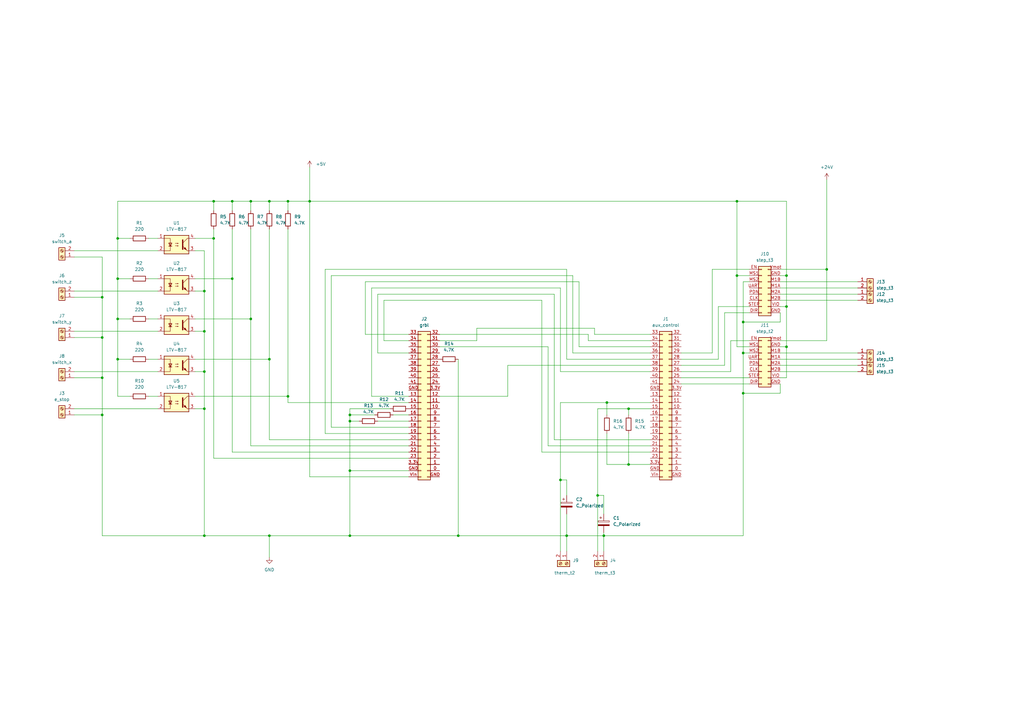
<source format=kicad_sch>
(kicad_sch (version 20230121) (generator eeschema)
  (paper "A3")
  (lib_symbols
    (symbol "Connector:Screw_Terminal_01x02" (pin_names (offset 1.016) hide)
      (property "Reference" "J" (at 0 2.54 0))
      (property "Value" "Screw_Terminal_01x02" (at 0 -5.08 0))
      (symbol "Screw_Terminal_01x02_1_1"
        (rectangle (start -1.27 1.27) (end 1.27 -3.81) (stroke (width 0.254)) (fill (type background)))
        (circle (center 0 -2.54) (radius 0.635) (stroke (width 0.1524)))
        (polyline (pts (xy -0.5334 -2.2098) (xy 0.3302 -3.048)) (stroke (width 0.1524)))
        (polyline (pts (xy -0.5334 0.3302) (xy 0.3302 -0.508)) (stroke (width 0.1524)))
        (polyline (pts (xy -0.3556 -2.032) (xy 0.508 -2.8702)) (stroke (width 0.1524)))
        (polyline (pts (xy -0.3556 0.508) (xy 0.508 -0.3302)) (stroke (width 0.1524)))
        (circle (center 0 0) (radius 0.635) (stroke (width 0.1524)))
        (pin passive line (at -5.08 0 0) (length 3.81) (name "Pin_1") (number "1"))
        (pin passive line (at -5.08 -2.54 0) (length 3.81) (name "Pin_2") (number "2"))
      )
    )
    (symbol "Device:C_Polarized" (pin_numbers hide) (pin_names (offset 0.254))
      (property "Reference" "C" (at 0.635 2.54 0))
      (property "Value" "C_Polarized" (at 0.635 -2.54 0))
      (symbol "C_Polarized_0_1"
        (rectangle (start -2.286 0.508) (end 2.286 1.016))
        (polyline (pts (xy -1.778 2.286) (xy -0.762 2.286)))
        (polyline (pts (xy -1.27 2.794) (xy -1.27 1.778)))
        (rectangle (start 2.286 -0.508) (end -2.286 -1.016) (fill (type outline)))
      )
      (symbol "C_Polarized_1_1"
        (pin passive line (at 0 3.81 270) (length 2.794) (name "~") (number "1"))
        (pin passive line (at 0 -3.81 90) (length 2.794) (name "~") (number "2"))
      )
    )
    (symbol "Device:R" (pin_numbers hide) (pin_names (offset 0))
      (property "Reference" "R" (at 2.032 0 90))
      (property "Value" "R" (at 0 0 90))
      (symbol "R_0_1"
        (rectangle (start -1.016 -2.54) (end 1.016 2.54) (stroke (width 0.254)))
      )
      (symbol "R_1_1"
        (pin passive line (at 0 3.81 270) (length 1.27) (name "~") (number "1"))
        (pin passive line (at 0 -3.81 90) (length 1.27) (name "~") (number "2"))
      )
    )
    (symbol "Isolator:LTV-817" (pin_names (offset 1.016))
      (property "Reference" "U" (at -5.08 5.08 0))
      (property "Value" "LTV-817" (at 0 5.08 0))
      (symbol "LTV-817_0_1"
        (rectangle (start -5.08 3.81) (end 5.08 -3.81) (stroke (width 0.254)) (fill (type background)))
        (polyline (pts (xy -3.175 -0.635) (xy -1.905 -0.635)) (stroke (width 0.254)))
        (polyline (pts (xy 2.54 0.635) (xy 4.445 2.54)))
        (polyline (pts (xy 4.445 -2.54) (xy 2.54 -0.635)) (fill (type outline)))
        (polyline (pts (xy 4.445 -2.54) (xy 5.08 -2.54)))
        (polyline (pts (xy 4.445 2.54) (xy 5.08 2.54)))
        (polyline (pts (xy -5.08 2.54) (xy -2.54 2.54) (xy -2.54 -0.762)))
        (polyline (pts (xy -2.54 -0.635) (xy -2.54 -2.54) (xy -5.08 -2.54)))
        (polyline (pts (xy 2.54 1.905) (xy 2.54 -1.905) (xy 2.54 -1.905)) (stroke (width 0.508)))
        (polyline (pts (xy -2.54 -0.635) (xy -3.175 0.635) (xy -1.905 0.635) (xy -2.54 -0.635)) (stroke (width 0.254)))
        (polyline (pts (xy -0.508 -0.508) (xy 0.762 -0.508) (xy 0.381 -0.635) (xy 0.381 -0.381) (xy 0.762 -0.508)))
        (polyline (pts (xy -0.508 0.508) (xy 0.762 0.508) (xy 0.381 0.381) (xy 0.381 0.635) (xy 0.762 0.508)))
        (polyline (pts (xy 3.048 -1.651) (xy 3.556 -1.143) (xy 4.064 -2.159) (xy 3.048 -1.651) (xy 3.048 -1.651)) (fill (type outline)))
      )
      (symbol "LTV-817_1_1"
        (pin passive line (at -7.62 2.54 0) (length 2.54) (name "~") (number "1"))
        (pin passive line (at -7.62 -2.54 0) (length 2.54) (name "~") (number "2"))
        (pin passive line (at 7.62 -2.54 180) (length 2.54) (name "~") (number "3"))
        (pin passive line (at 7.62 2.54 180) (length 2.54) (name "~") (number "4"))
      )
    )
    (symbol "delimit:stepper_driver_conn_02x08" (pin_names (offset 1.016) hide)
      (property "Reference" "J10" (at 1.27 13.97 0))
      (property "Value" "stepper_driver_conn_02x08" (at 1.27 11.43 0))
      (symbol "stepper_driver_conn_02x08_1_1"
        (rectangle (start -1.27 -10.033) (end 0 -10.287) (stroke (width 0.1524)))
        (rectangle (start -1.27 -7.493) (end 0 -7.747) (stroke (width 0.1524)))
        (rectangle (start -1.27 -4.953) (end 0 -5.207) (stroke (width 0.1524)))
        (rectangle (start -1.27 -2.413) (end 0 -2.667) (stroke (width 0.1524)))
        (rectangle (start -1.27 0.127) (end 0 -0.127) (stroke (width 0.1524)))
        (rectangle (start -1.27 2.667) (end 0 2.413) (stroke (width 0.1524)))
        (rectangle (start -1.27 5.207) (end 0 4.953) (stroke (width 0.1524)))
        (rectangle (start -1.27 7.747) (end 0 7.493) (stroke (width 0.1524)))
        (rectangle (start -1.27 8.89) (end 3.81 -11.43) (stroke (width 0.254)) (fill (type background)))
        (rectangle (start 3.81 -10.033) (end 2.54 -10.287) (stroke (width 0.1524)))
        (rectangle (start 3.81 -7.493) (end 2.54 -7.747) (stroke (width 0.1524)))
        (rectangle (start 3.81 -4.953) (end 2.54 -5.207) (stroke (width 0.1524)))
        (rectangle (start 3.81 -2.413) (end 2.54 -2.667) (stroke (width 0.1524)))
        (rectangle (start 3.81 0.127) (end 2.54 -0.127) (stroke (width 0.1524)))
        (rectangle (start 3.81 2.667) (end 2.54 2.413) (stroke (width 0.1524)))
        (rectangle (start 3.81 5.207) (end 2.54 4.953) (stroke (width 0.1524)))
        (rectangle (start 3.81 7.747) (end 2.54 7.493) (stroke (width 0.1524)))
        (pin passive line (at 7.62 2.54 180) (length 3.81) (name "Pin_CLK") (number "CLK"))
        (pin passive line (at 7.62 7.62 180) (length 3.81) (name "Pin_DIR") (number "DIR"))
        (pin passive line (at 7.62 -10.16 180) (length 3.81) (name "Pin_EN") (number "EN"))
        (pin passive line (at -5.08 -7.62 0) (length 3.81) (name "Pin_GND") (number "GND"))
        (pin passive line (at -5.08 7.62 0) (length 3.81) (name "Pin_GND") (number "GND"))
        (pin passive line (at -5.08 -2.54 0) (length 3.81) (name "Pin_M1A") (number "M1A"))
        (pin passive line (at -5.08 -5.08 0) (length 3.81) (name "Pin_M1B") (number "M1B"))
        (pin passive line (at -5.08 0 0) (length 3.81) (name "Pin_M2A") (number "M2A"))
        (pin passive line (at -5.08 2.54 0) (length 3.81) (name "Pin_M2B") (number "M2B"))
        (pin passive line (at 7.62 -7.62 180) (length 3.81) (name "Pin_MS1") (number "MS1"))
        (pin passive line (at 7.62 -5.08 180) (length 3.81) (name "Pin_MS2") (number "MS2"))
        (pin passive line (at 7.62 0 180) (length 3.81) (name "Pin_PDN") (number "PDN"))
        (pin passive line (at 7.62 5.08 180) (length 3.81) (name "Pin_STEP") (number "STEP"))
        (pin passive line (at 7.62 -2.54 180) (length 3.81) (name "Pin_UART") (number "UART"))
        (pin passive line (at -5.08 5.08 0) (length 3.81) (name "Pin_VIO") (number "VIO"))
        (pin passive line (at -5.08 -10.16 0) (length 3.81) (name "Pin_Vmot") (number "Vmot"))
      )
    )
    (symbol "delimit:teensy_4_1_conn_02x24" (pin_names (offset 1.016) hide)
      (property "Reference" "J2" (at 1.27 34.29 0))
      (property "Value" "teensy_4_1_conn_02x24" (at 1.27 31.75 0))
      (symbol "teensy_4_1_conn_02x24_1_1"
        (rectangle (start -1.27 -30.353) (end 0 -30.607) (stroke (width 0.1524)))
        (rectangle (start -1.27 -27.813) (end 0 -28.067) (stroke (width 0.1524)))
        (rectangle (start -1.27 -25.273) (end 0 -25.527) (stroke (width 0.1524)))
        (rectangle (start -1.27 -22.733) (end 0 -22.987) (stroke (width 0.1524)))
        (rectangle (start -1.27 -20.193) (end 0 -20.447) (stroke (width 0.1524)))
        (rectangle (start -1.27 -17.653) (end 0 -17.907) (stroke (width 0.1524)))
        (rectangle (start -1.27 -15.113) (end 0 -15.367) (stroke (width 0.1524)))
        (rectangle (start -1.27 -12.573) (end 0 -12.827) (stroke (width 0.1524)))
        (rectangle (start -1.27 -10.033) (end 0 -10.287) (stroke (width 0.1524)))
        (rectangle (start -1.27 -7.493) (end 0 -7.747) (stroke (width 0.1524)))
        (rectangle (start -1.27 -4.953) (end 0 -5.207) (stroke (width 0.1524)))
        (rectangle (start -1.27 -2.413) (end 0 -2.667) (stroke (width 0.1524)))
        (rectangle (start -1.27 0.127) (end 0 -0.127) (stroke (width 0.1524)))
        (rectangle (start -1.27 2.667) (end 0 2.413) (stroke (width 0.1524)))
        (rectangle (start -1.27 5.207) (end 0 4.953) (stroke (width 0.1524)))
        (rectangle (start -1.27 7.747) (end 0 7.493) (stroke (width 0.1524)))
        (rectangle (start -1.27 10.287) (end 0 10.033) (stroke (width 0.1524)))
        (rectangle (start -1.27 12.827) (end 0 12.573) (stroke (width 0.1524)))
        (rectangle (start -1.27 15.367) (end 0 15.113) (stroke (width 0.1524)))
        (rectangle (start -1.27 17.907) (end 0 17.653) (stroke (width 0.1524)))
        (rectangle (start -1.27 20.447) (end 0 20.193) (stroke (width 0.1524)))
        (rectangle (start -1.27 22.987) (end 0 22.733) (stroke (width 0.1524)))
        (rectangle (start -1.27 25.527) (end 0 25.273) (stroke (width 0.1524)))
        (rectangle (start -1.27 28.067) (end 0 27.813) (stroke (width 0.1524)))
        (rectangle (start -1.27 29.21) (end 3.81 -31.75) (stroke (width 0.254)) (fill (type background)))
        (rectangle (start 3.81 -30.353) (end 2.54 -30.607) (stroke (width 0.1524)))
        (rectangle (start 3.81 -27.813) (end 2.54 -28.067) (stroke (width 0.1524)))
        (rectangle (start 3.81 -25.273) (end 2.54 -25.527) (stroke (width 0.1524)))
        (rectangle (start 3.81 -22.733) (end 2.54 -22.987) (stroke (width 0.1524)))
        (rectangle (start 3.81 -20.193) (end 2.54 -20.447) (stroke (width 0.1524)))
        (rectangle (start 3.81 -17.653) (end 2.54 -17.907) (stroke (width 0.1524)))
        (rectangle (start 3.81 -15.113) (end 2.54 -15.367) (stroke (width 0.1524)))
        (rectangle (start 3.81 -12.573) (end 2.54 -12.827) (stroke (width 0.1524)))
        (rectangle (start 3.81 -10.033) (end 2.54 -10.287) (stroke (width 0.1524)))
        (rectangle (start 3.81 -7.493) (end 2.54 -7.747) (stroke (width 0.1524)))
        (rectangle (start 3.81 -4.953) (end 2.54 -5.207) (stroke (width 0.1524)))
        (rectangle (start 3.81 -2.413) (end 2.54 -2.667) (stroke (width 0.1524)))
        (rectangle (start 3.81 0.127) (end 2.54 -0.127) (stroke (width 0.1524)))
        (rectangle (start 3.81 2.667) (end 2.54 2.413) (stroke (width 0.1524)))
        (rectangle (start 3.81 5.207) (end 2.54 4.953) (stroke (width 0.1524)))
        (rectangle (start 3.81 7.747) (end 2.54 7.493) (stroke (width 0.1524)))
        (rectangle (start 3.81 10.287) (end 2.54 10.033) (stroke (width 0.1524)))
        (rectangle (start 3.81 12.827) (end 2.54 12.573) (stroke (width 0.1524)))
        (rectangle (start 3.81 15.367) (end 2.54 15.113) (stroke (width 0.1524)))
        (rectangle (start 3.81 17.907) (end 2.54 17.653) (stroke (width 0.1524)))
        (rectangle (start 3.81 20.447) (end 2.54 20.193) (stroke (width 0.1524)))
        (rectangle (start 3.81 22.987) (end 2.54 22.733) (stroke (width 0.1524)))
        (rectangle (start 3.81 25.527) (end 2.54 25.273) (stroke (width 0.1524)))
        (rectangle (start 3.81 28.067) (end 2.54 27.813) (stroke (width 0.1524)))
        (pin passive line (at 7.62 -27.94 180) (length 3.81) (name "Pin_0") (number "0"))
        (pin passive line (at 7.62 -25.4 180) (length 3.81) (name "Pin_1") (number "1"))
        (pin passive line (at 7.62 -2.54 180) (length 3.81) (name "Pin_10") (number "10"))
        (pin passive line (at 7.62 0 180) (length 3.81) (name "Pin_11") (number "11"))
        (pin passive line (at 7.62 2.54 180) (length 3.81) (name "Pin_12") (number "12"))
        (pin passive line (at -5.08 2.54 0) (length 3.81) (name "Pin_13") (number "13"))
        (pin passive line (at -5.08 0 0) (length 3.81) (name "Pin_14") (number "14"))
        (pin passive line (at -5.08 -2.54 0) (length 3.81) (name "Pin_15") (number "15"))
        (pin passive line (at -5.08 -5.08 0) (length 3.81) (name "Pin_16") (number "16"))
        (pin passive line (at -5.08 -7.62 0) (length 3.81) (name "Pin_17") (number "17"))
        (pin passive line (at -5.08 -10.16 0) (length 3.81) (name "Pin_18") (number "18"))
        (pin passive line (at -5.08 -12.7 0) (length 3.81) (name "Pin_19") (number "19"))
        (pin passive line (at 7.62 -22.86 180) (length 3.81) (name "Pin_2") (number "2"))
        (pin passive line (at -5.08 -15.24 0) (length 3.81) (name "Pin_20") (number "20"))
        (pin passive line (at -5.08 -17.78 0) (length 3.81) (name "Pin_21") (number "21"))
        (pin passive line (at -5.08 -20.32 0) (length 3.81) (name "Pin_22") (number "22"))
        (pin passive line (at -5.08 -22.86 0) (length 3.81) (name "Pin_23") (number "23"))
        (pin passive line (at 7.62 7.62 180) (length 3.81) (name "Pin_24") (number "24"))
        (pin passive line (at 7.62 10.16 180) (length 3.81) (name "Pin_25") (number "25"))
        (pin passive line (at 7.62 12.7 180) (length 3.81) (name "Pin_26") (number "26"))
        (pin passive line (at 7.62 15.24 180) (length 3.81) (name "Pin_27") (number "27"))
        (pin passive line (at 7.62 17.78 180) (length 3.81) (name "Pin_28") (number "28"))
        (pin passive line (at 7.62 20.32 180) (length 3.81) (name "Pin_29") (number "29"))
        (pin passive line (at 7.62 -20.32 180) (length 3.81) (name "Pin_3") (number "3"))
        (pin passive line (at -5.08 -25.4 0) (length 3.81) (name "Pin_3.3V") (number "3.3V"))
        (pin passive line (at 7.62 5.08 180) (length 3.81) (name "Pin_3.3V") (number "3.3V"))
        (pin passive line (at 7.62 22.86 180) (length 3.81) (name "Pin_30") (number "30"))
        (pin passive line (at 7.62 25.4 180) (length 3.81) (name "Pin_31") (number "31"))
        (pin passive line (at 7.62 27.94 180) (length 3.81) (name "Pin_32") (number "32"))
        (pin passive line (at -5.08 27.94 0) (length 3.81) (name "Pin_33") (number "33"))
        (pin passive line (at -5.08 25.4 0) (length 3.81) (name "Pin_34") (number "34"))
        (pin passive line (at -5.08 22.86 0) (length 3.81) (name "Pin_35") (number "35"))
        (pin passive line (at -5.08 20.32 0) (length 3.81) (name "Pin_36") (number "36"))
        (pin passive line (at -5.08 17.78 0) (length 3.81) (name "Pin_37") (number "37"))
        (pin passive line (at -5.08 15.24 0) (length 3.81) (name "Pin_38") (number "38"))
        (pin passive line (at -5.08 12.7 0) (length 3.81) (name "Pin_39") (number "39"))
        (pin passive line (at 7.62 -17.78 180) (length 3.81) (name "Pin_4") (number "4"))
        (pin passive line (at -5.08 10.16 0) (length 3.81) (name "Pin_40") (number "40"))
        (pin passive line (at -5.08 7.62 0) (length 3.81) (name "Pin_41") (number "41"))
        (pin passive line (at 7.62 -15.24 180) (length 3.81) (name "Pin_5") (number "5"))
        (pin passive line (at 7.62 -12.7 180) (length 3.81) (name "Pin_6") (number "6"))
        (pin passive line (at 7.62 -10.16 180) (length 3.81) (name "Pin_7") (number "7"))
        (pin passive line (at 7.62 -7.62 180) (length 3.81) (name "Pin_8") (number "8"))
        (pin passive line (at 7.62 -5.08 180) (length 3.81) (name "Pin_9") (number "9"))
        (pin passive line (at -5.08 -27.94 0) (length 3.81) (name "Pin_GND") (number "GND"))
        (pin passive line (at -5.08 5.08 0) (length 3.81) (name "Pin_GND") (number "GND"))
        (pin passive line (at 7.62 -30.48 180) (length 3.81) (name "Pin_GND") (number "GND"))
        (pin passive line (at -5.08 -30.48 0) (length 3.81) (name "Pin_Vin") (number "Vin"))
      )
    )
    (symbol "power:+24V" (power) (pin_names (offset 0))
      (property "Value" "+24V" (at 0 3.556 0))
      (symbol "+24V_0_1"
        (polyline (pts (xy -0.762 1.27) (xy 0 2.54)))
        (polyline (pts (xy 0 0) (xy 0 2.54)))
        (polyline (pts (xy 0 2.54) (xy 0.762 1.27)))
      )
      (symbol "+24V_1_1"
        (pin power_in line (at 0 0 90) (length 0) hide (name "+24V") (number "1"))
      )
    )
    (symbol "power:+5V" (power) (pin_names (offset 0))
      (property "Value" "+5V" (at 0 3.556 0))
      (symbol "+5V_0_1"
        (polyline (pts (xy -0.762 1.27) (xy 0 2.54)))
        (polyline (pts (xy 0 0) (xy 0 2.54)))
        (polyline (pts (xy 0 2.54) (xy 0.762 1.27)))
      )
      (symbol "+5V_1_1"
        (pin power_in line (at 0 0 90) (length 0) hide (name "+5V") (number "1"))
      )
    )
    (symbol "power:GND" (power) (pin_names (offset 0))
      (property "Value" "GND" (at 0 -3.81 0))
      (symbol "GND_0_1"
        (polyline (pts (xy 0 0) (xy 0 -1.27) (xy 1.27 -1.27) (xy 0 -2.54) (xy -1.27 -1.27) (xy 0 -1.27)))
      )
      (symbol "GND_1_1"
        (pin power_in line (at 0 0 270) (length 0) hide (name "GND") (number "1"))
      )
    )
    (symbol "stepper_driver_conn_02x08_1" (pin_names (offset 1.016) hide)
      (property "Reference" "J10" (at 1.27 13.97 0))
      (property "Value" "stepper_driver_conn_02x08" (at 1.27 11.43 0))
      (symbol "stepper_driver_conn_02x08_1_1_1"
        (rectangle (start -1.27 -10.033) (end 0 -10.287) (stroke (width 0.1524)))
        (rectangle (start -1.27 -7.493) (end 0 -7.747) (stroke (width 0.1524)))
        (rectangle (start -1.27 -4.953) (end 0 -5.207) (stroke (width 0.1524)))
        (rectangle (start -1.27 -2.413) (end 0 -2.667) (stroke (width 0.1524)))
        (rectangle (start -1.27 0.127) (end 0 -0.127) (stroke (width 0.1524)))
        (rectangle (start -1.27 2.667) (end 0 2.413) (stroke (width 0.1524)))
        (rectangle (start -1.27 5.207) (end 0 4.953) (stroke (width 0.1524)))
        (rectangle (start -1.27 7.747) (end 0 7.493) (stroke (width 0.1524)))
        (rectangle (start -1.27 8.89) (end 3.81 -11.43) (stroke (width 0.254)) (fill (type background)))
        (rectangle (start 3.81 -10.033) (end 2.54 -10.287) (stroke (width 0.1524)))
        (rectangle (start 3.81 -7.493) (end 2.54 -7.747) (stroke (width 0.1524)))
        (rectangle (start 3.81 -4.953) (end 2.54 -5.207) (stroke (width 0.1524)))
        (rectangle (start 3.81 -2.413) (end 2.54 -2.667) (stroke (width 0.1524)))
        (rectangle (start 3.81 0.127) (end 2.54 -0.127) (stroke (width 0.1524)))
        (rectangle (start 3.81 2.667) (end 2.54 2.413) (stroke (width 0.1524)))
        (rectangle (start 3.81 5.207) (end 2.54 4.953) (stroke (width 0.1524)))
        (rectangle (start 3.81 7.747) (end 2.54 7.493) (stroke (width 0.1524)))
        (pin passive line (at 7.62 2.54 180) (length 3.81) (name "Pin_CLK") (number "CLK"))
        (pin passive line (at 7.62 7.62 180) (length 3.81) (name "Pin_DIR") (number "DIR"))
        (pin passive line (at 7.62 -10.16 180) (length 3.81) (name "Pin_EN") (number "EN"))
        (pin passive line (at -5.08 -7.62 0) (length 3.81) (name "Pin_GND") (number "GND"))
        (pin passive line (at -5.08 7.62 0) (length 3.81) (name "Pin_GND") (number "GND"))
        (pin passive line (at -5.08 -2.54 0) (length 3.81) (name "Pin_M1A") (number "M1A"))
        (pin passive line (at -5.08 -5.08 0) (length 3.81) (name "Pin_M1B") (number "M1B"))
        (pin passive line (at -5.08 0 0) (length 3.81) (name "Pin_M2A") (number "M2A"))
        (pin passive line (at -5.08 2.54 0) (length 3.81) (name "Pin_M2B") (number "M2B"))
        (pin passive line (at 7.62 -7.62 180) (length 3.81) (name "Pin_MS1") (number "MS1"))
        (pin passive line (at 7.62 -5.08 180) (length 3.81) (name "Pin_MS2") (number "MS2"))
        (pin passive line (at 7.62 0 180) (length 3.81) (name "Pin_PDN") (number "PDN"))
        (pin passive line (at 7.62 5.08 180) (length 3.81) (name "Pin_STEP") (number "STEP"))
        (pin passive line (at 7.62 -2.54 180) (length 3.81) (name "Pin_UART") (number "UART"))
        (pin passive line (at -5.08 5.08 0) (length 3.81) (name "Pin_VIO") (number "VIO"))
        (pin passive line (at -5.08 -10.16 0) (length 3.81) (name "Pin_Vmot") (number "Vmot"))
      )
    )
  )
  (junction (at 87.63 82.55))
  (junction (at 87.63 97.79))
  (junction (at 322.58 142.24))
  (junction (at 247.65 219.71))
  (junction (at 41.91 170.18))
  (junction (at 83.82 152.4))
  (junction (at 83.82 167.64))
  (junction (at 48.26 114.3))
  (junction (at 41.91 154.94))
  (junction (at 248.92 165.1))
  (junction (at 302.26 82.55))
  (junction (at 322.58 125.73))
  (junction (at 41.91 138.43))
  (junction (at 102.87 82.55))
  (junction (at 143.51 193.04))
  (junction (at 83.82 135.89))
  (junction (at 83.82 219.71))
  (junction (at 110.49 219.71))
  (junction (at 302.26 113.03))
  (junction (at 110.49 147.32))
  (junction (at 304.8 132.08))
  (junction (at 187.96 219.71))
  (junction (at 339.09 110.49))
  (junction (at 143.51 219.71))
  (junction (at 127 82.55))
  (junction (at 322.58 113.03))
  (junction (at 83.82 119.38))
  (junction (at 95.25 82.55))
  (junction (at 143.51 172.72))
  (junction (at 304.8 161.29))
  (junction (at 257.81 167.64))
  (junction (at 41.91 121.92))
  (junction (at 48.26 130.81))
  (junction (at 118.11 82.55))
  (junction (at 257.81 190.5))
  (junction (at 48.26 97.79))
  (junction (at 245.11 203.2))
  (junction (at 229.87 196.85))
  (junction (at 304.8 144.78))
  (junction (at 95.25 114.3))
  (junction (at 102.87 130.81))
  (junction (at 143.51 170.18))
  (junction (at 232.41 219.71))
  (junction (at 110.49 82.55))
  (junction (at 118.11 162.56))
  (junction (at 48.26 147.32))
  (wire (pts (xy 266.7 180.34) (xy 227.33 180.34)))
  (wire (pts (xy 299.72 152.4) (xy 299.72 139.7)))
  (wire (pts (xy 152.4 118.11) (xy 229.87 118.11)))
  (wire (pts (xy 248.92 177.8) (xy 248.92 190.5)))
  (wire (pts (xy 143.51 193.04) (xy 143.51 219.71)))
  (wire (pts (xy 234.95 113.03) (xy 234.95 144.78)))
  (wire (pts (xy 320.04 157.48) (xy 320.04 161.29)))
  (wire (pts (xy 208.28 162.56) (xy 180.34 162.56)))
  (wire (pts (xy 243.84 134.62) (xy 243.84 137.16)))
  (wire (pts (xy 80.01 167.64) (xy 83.82 167.64)))
  (wire (pts (xy 320.04 132.08) (xy 304.8 132.08)))
  (wire (pts (xy 299.72 139.7) (xy 307.34 139.7)))
  (wire (pts (xy 297.18 128.27) (xy 307.34 128.27)))
  (wire (pts (xy 118.11 82.55) (xy 118.11 86.36)))
  (wire (pts (xy 322.58 113.03) (xy 322.58 82.55)))
  (wire (pts (xy 102.87 130.81) (xy 102.87 182.88)))
  (wire (pts (xy 320.04 142.24) (xy 322.58 142.24)))
  (wire (pts (xy 60.96 147.32) (xy 64.77 147.32)))
  (wire (pts (xy 294.64 147.32) (xy 294.64 125.73)))
  (wire (pts (xy 83.82 152.4) (xy 83.82 167.64)))
  (wire (pts (xy 48.26 114.3) (xy 53.34 114.3)))
  (wire (pts (xy 227.33 120.65) (xy 154.94 120.65)))
  (wire (pts (xy 279.4 144.78) (xy 292.1 144.78)))
  (wire (pts (xy 294.64 125.73) (xy 307.34 125.73)))
  (wire (pts (xy 167.64 137.16) (xy 149.86 137.16)))
  (wire (pts (xy 320.04 149.86) (xy 351.79 149.86)))
  (wire (pts (xy 60.96 97.79) (xy 64.77 97.79)))
  (wire (pts (xy 154.94 144.78) (xy 167.64 144.78)))
  (wire (pts (xy 83.82 219.71) (xy 110.49 219.71)))
  (wire (pts (xy 339.09 110.49) (xy 339.09 73.66)))
  (wire (pts (xy 41.91 105.41) (xy 41.91 121.92)))
  (wire (pts (xy 143.51 170.18) (xy 153.67 170.18)))
  (wire (pts (xy 322.58 154.94) (xy 322.58 142.24)))
  (wire (pts (xy 127 82.55) (xy 127 68.58)))
  (wire (pts (xy 41.91 138.43) (xy 41.91 154.94)))
  (wire (pts (xy 30.48 167.64) (xy 64.77 167.64)))
  (wire (pts (xy 110.49 82.55) (xy 118.11 82.55)))
  (wire (pts (xy 30.48 121.92) (xy 41.91 121.92)))
  (wire (pts (xy 320.04 154.94) (xy 322.58 154.94)))
  (wire (pts (xy 143.51 170.18) (xy 143.51 172.72)))
  (wire (pts (xy 320.04 152.4) (xy 351.79 152.4)))
  (wire (pts (xy 320.04 113.03) (xy 322.58 113.03)))
  (wire (pts (xy 149.86 115.57) (xy 237.49 115.57)))
  (wire (pts (xy 248.92 165.1) (xy 266.7 165.1)))
  (wire (pts (xy 30.48 135.89) (xy 64.77 135.89)))
  (wire (pts (xy 110.49 82.55) (xy 110.49 86.36)))
  (wire (pts (xy 229.87 196.85) (xy 229.87 226.06)))
  (wire (pts (xy 87.63 86.36) (xy 87.63 82.55)))
  (wire (pts (xy 41.91 219.71) (xy 83.82 219.71)))
  (wire (pts (xy 30.48 119.38) (xy 64.77 119.38)))
  (wire (pts (xy 232.41 210.82) (xy 232.41 219.71)))
  (wire (pts (xy 60.96 162.56) (xy 64.77 162.56)))
  (wire (pts (xy 279.4 147.32) (xy 294.64 147.32)))
  (wire (pts (xy 320.04 147.32) (xy 351.79 147.32)))
  (wire (pts (xy 247.65 219.71) (xy 232.41 219.71)))
  (wire (pts (xy 257.81 177.8) (xy 257.81 190.5)))
  (wire (pts (xy 152.4 162.56) (xy 152.4 118.11)))
  (wire (pts (xy 95.25 185.42) (xy 167.64 185.42)))
  (wire (pts (xy 118.11 162.56) (xy 118.11 93.98)))
  (wire (pts (xy 241.3 137.16) (xy 241.3 139.7)))
  (wire (pts (xy 87.63 187.96) (xy 167.64 187.96)))
  (wire (pts (xy 247.65 210.82) (xy 247.65 203.2)))
  (wire (pts (xy 161.29 170.18) (xy 167.64 170.18)))
  (wire (pts (xy 83.82 167.64) (xy 83.82 219.71)))
  (wire (pts (xy 304.8 144.78) (xy 307.34 144.78)))
  (wire (pts (xy 248.92 190.5) (xy 257.81 190.5)))
  (wire (pts (xy 279.4 149.86) (xy 297.18 149.86)))
  (wire (pts (xy 234.95 144.78) (xy 266.7 144.78)))
  (wire (pts (xy 48.26 147.32) (xy 48.26 130.81)))
  (wire (pts (xy 41.91 154.94) (xy 41.91 170.18)))
  (wire (pts (xy 143.51 172.72) (xy 143.51 193.04)))
  (wire (pts (xy 297.18 149.86) (xy 297.18 128.27)))
  (wire (pts (xy 167.64 165.1) (xy 118.11 165.1)))
  (wire (pts (xy 187.96 147.32) (xy 187.96 219.71)))
  (wire (pts (xy 80.01 130.81) (xy 102.87 130.81)))
  (wire (pts (xy 320.04 123.19) (xy 351.79 123.19)))
  (wire (pts (xy 30.48 138.43) (xy 41.91 138.43)))
  (wire (pts (xy 320.04 128.27) (xy 320.04 132.08)))
  (wire (pts (xy 232.41 219.71) (xy 187.96 219.71)))
  (wire (pts (xy 83.82 119.38) (xy 83.82 135.89)))
  (wire (pts (xy 143.51 172.72) (xy 147.32 172.72)))
  (wire (pts (xy 320.04 118.11) (xy 351.79 118.11)))
  (wire (pts (xy 87.63 82.55) (xy 95.25 82.55)))
  (wire (pts (xy 257.81 190.5) (xy 266.7 190.5)))
  (wire (pts (xy 302.26 113.03) (xy 302.26 82.55)))
  (wire (pts (xy 232.41 110.49) (xy 232.41 147.32)))
  (wire (pts (xy 307.34 113.03) (xy 302.26 113.03)))
  (wire (pts (xy 302.26 82.55) (xy 127 82.55)))
  (wire (pts (xy 80.01 119.38) (xy 83.82 119.38)))
  (wire (pts (xy 232.41 219.71) (xy 232.41 226.06)))
  (wire (pts (xy 167.64 162.56) (xy 152.4 162.56)))
  (wire (pts (xy 237.49 142.24) (xy 266.7 142.24)))
  (wire (pts (xy 80.01 135.89) (xy 83.82 135.89)))
  (wire (pts (xy 320.04 139.7) (xy 339.09 139.7)))
  (wire (pts (xy 222.25 123.19) (xy 157.48 123.19)))
  (wire (pts (xy 222.25 185.42) (xy 222.25 123.19)))
  (wire (pts (xy 143.51 167.64) (xy 143.51 170.18)))
  (wire (pts (xy 322.58 142.24) (xy 322.58 125.73)))
  (wire (pts (xy 95.25 82.55) (xy 95.25 86.36)))
  (wire (pts (xy 320.04 115.57) (xy 351.79 115.57)))
  (wire (pts (xy 237.49 115.57) (xy 237.49 142.24)))
  (wire (pts (xy 241.3 139.7) (xy 266.7 139.7)))
  (wire (pts (xy 48.26 130.81) (xy 48.26 114.3)))
  (wire (pts (xy 266.7 185.42) (xy 222.25 185.42)))
  (wire (pts (xy 102.87 93.98) (xy 102.87 130.81)))
  (wire (pts (xy 302.26 142.24) (xy 302.26 113.03)))
  (wire (pts (xy 180.34 139.7) (xy 195.58 139.7)))
  (wire (pts (xy 224.79 182.88) (xy 224.79 142.24)))
  (wire (pts (xy 195.58 134.62) (xy 243.84 134.62)))
  (wire (pts (xy 135.89 175.26) (xy 135.89 113.03)))
  (wire (pts (xy 232.41 147.32) (xy 266.7 147.32)))
  (wire (pts (xy 167.64 175.26) (xy 135.89 175.26)))
  (wire (pts (xy 167.64 177.8) (xy 133.35 177.8)))
  (wire (pts (xy 304.8 161.29) (xy 304.8 219.71)))
  (wire (pts (xy 149.86 137.16) (xy 149.86 115.57)))
  (wire (pts (xy 87.63 97.79) (xy 87.63 93.98)))
  (wire (pts (xy 135.89 113.03) (xy 234.95 113.03)))
  (wire (pts (xy 53.34 162.56) (xy 48.26 162.56)))
  (wire (pts (xy 95.25 114.3) (xy 95.25 185.42)))
  (wire (pts (xy 157.48 123.19) (xy 157.48 139.7)))
  (wire (pts (xy 227.33 180.34) (xy 227.33 120.65)))
  (wire (pts (xy 320.04 110.49) (xy 339.09 110.49)))
  (wire (pts (xy 48.26 114.3) (xy 48.26 97.79)))
  (wire (pts (xy 133.35 110.49) (xy 232.41 110.49)))
  (wire (pts (xy 60.96 130.81) (xy 64.77 130.81)))
  (wire (pts (xy 229.87 152.4) (xy 266.7 152.4)))
  (wire (pts (xy 110.49 93.98) (xy 110.49 147.32)))
  (wire (pts (xy 322.58 125.73) (xy 322.58 113.03)))
  (wire (pts (xy 245.11 167.64) (xy 257.81 167.64)))
  (wire (pts (xy 232.41 196.85) (xy 229.87 196.85)))
  (wire (pts (xy 243.84 137.16) (xy 266.7 137.16)))
  (wire (pts (xy 279.4 157.48) (xy 307.34 157.48)))
  (wire (pts (xy 30.48 170.18) (xy 41.91 170.18)))
  (wire (pts (xy 110.49 147.32) (xy 110.49 180.34)))
  (wire (pts (xy 127 195.58) (xy 127 82.55)))
  (wire (pts (xy 118.11 165.1) (xy 118.11 162.56)))
  (wire (pts (xy 304.8 219.71) (xy 247.65 219.71)))
  (wire (pts (xy 118.11 82.55) (xy 127 82.55)))
  (wire (pts (xy 307.34 115.57) (xy 304.8 115.57)))
  (wire (pts (xy 320.04 125.73) (xy 322.58 125.73)))
  (wire (pts (xy 143.51 219.71) (xy 110.49 219.71)))
  (wire (pts (xy 224.79 142.24) (xy 180.34 142.24)))
  (wire (pts (xy 257.81 170.18) (xy 257.81 167.64)))
  (wire (pts (xy 208.28 149.86) (xy 266.7 149.86)))
  (wire (pts (xy 133.35 177.8) (xy 133.35 110.49)))
  (wire (pts (xy 307.34 142.24) (xy 302.26 142.24)))
  (wire (pts (xy 279.4 154.94) (xy 307.34 154.94)))
  (wire (pts (xy 292.1 110.49) (xy 307.34 110.49)))
  (wire (pts (xy 48.26 97.79) (xy 53.34 97.79)))
  (wire (pts (xy 30.48 154.94) (xy 41.91 154.94)))
  (wire (pts (xy 154.94 172.72) (xy 167.64 172.72)))
  (wire (pts (xy 80.01 102.87) (xy 83.82 102.87)))
  (wire (pts (xy 229.87 165.1) (xy 248.92 165.1)))
  (wire (pts (xy 245.11 167.64) (xy 245.11 203.2)))
  (wire (pts (xy 48.26 82.55) (xy 87.63 82.55)))
  (wire (pts (xy 245.11 203.2) (xy 245.11 226.06)))
  (wire (pts (xy 80.01 152.4) (xy 83.82 152.4)))
  (wire (pts (xy 320.04 144.78) (xy 351.79 144.78)))
  (wire (pts (xy 304.8 132.08) (xy 304.8 144.78)))
  (wire (pts (xy 167.64 195.58) (xy 127 195.58)))
  (wire (pts (xy 339.09 139.7) (xy 339.09 110.49)))
  (wire (pts (xy 41.91 170.18) (xy 41.91 219.71)))
  (wire (pts (xy 229.87 118.11) (xy 229.87 152.4)))
  (wire (pts (xy 80.01 97.79) (xy 87.63 97.79)))
  (wire (pts (xy 232.41 203.2) (xy 232.41 196.85)))
  (wire (pts (xy 110.49 219.71) (xy 110.49 228.6)))
  (wire (pts (xy 80.01 162.56) (xy 118.11 162.56)))
  (wire (pts (xy 110.49 180.34) (xy 167.64 180.34)))
  (wire (pts (xy 257.81 167.64) (xy 266.7 167.64)))
  (wire (pts (xy 229.87 165.1) (xy 229.87 196.85)))
  (wire (pts (xy 266.7 182.88) (xy 224.79 182.88)))
  (wire (pts (xy 292.1 144.78) (xy 292.1 110.49)))
  (wire (pts (xy 143.51 219.71) (xy 187.96 219.71)))
  (wire (pts (xy 160.02 167.64) (xy 143.51 167.64)))
  (wire (pts (xy 247.65 218.44) (xy 247.65 219.71)))
  (wire (pts (xy 95.25 93.98) (xy 95.25 114.3)))
  (wire (pts (xy 248.92 170.18) (xy 248.92 165.1)))
  (wire (pts (xy 247.65 203.2) (xy 245.11 203.2)))
  (wire (pts (xy 195.58 139.7) (xy 195.58 134.62)))
  (wire (pts (xy 30.48 105.41) (xy 41.91 105.41)))
  (wire (pts (xy 87.63 187.96) (xy 87.63 97.79)))
  (wire (pts (xy 320.04 161.29) (xy 304.8 161.29)))
  (wire (pts (xy 30.48 102.87) (xy 64.77 102.87)))
  (wire (pts (xy 48.26 82.55) (xy 48.26 97.79)))
  (wire (pts (xy 60.96 114.3) (xy 64.77 114.3)))
  (wire (pts (xy 95.25 82.55) (xy 102.87 82.55)))
  (wire (pts (xy 304.8 144.78) (xy 304.8 161.29)))
  (wire (pts (xy 80.01 114.3) (xy 95.25 114.3)))
  (wire (pts (xy 30.48 152.4) (xy 64.77 152.4)))
  (wire (pts (xy 102.87 182.88) (xy 167.64 182.88)))
  (wire (pts (xy 143.51 193.04) (xy 167.64 193.04)))
  (wire (pts (xy 48.26 130.81) (xy 53.34 130.81)))
  (wire (pts (xy 279.4 152.4) (xy 299.72 152.4)))
  (wire (pts (xy 154.94 120.65) (xy 154.94 144.78)))
  (wire (pts (xy 48.26 162.56) (xy 48.26 147.32)))
  (wire (pts (xy 102.87 82.55) (xy 102.87 86.36)))
  (wire (pts (xy 80.01 147.32) (xy 110.49 147.32)))
  (wire (pts (xy 320.04 120.65) (xy 351.79 120.65)))
  (wire (pts (xy 157.48 139.7) (xy 167.64 139.7)))
  (wire (pts (xy 208.28 149.86) (xy 208.28 162.56)))
  (wire (pts (xy 304.8 115.57) (xy 304.8 132.08)))
  (wire (pts (xy 41.91 121.92) (xy 41.91 138.43)))
  (wire (pts (xy 83.82 135.89) (xy 83.82 152.4)))
  (wire (pts (xy 247.65 226.06) (xy 247.65 219.71)))
  (wire (pts (xy 180.34 137.16) (xy 241.3 137.16)))
  (wire (pts (xy 53.34 147.32) (xy 48.26 147.32)))
  (wire (pts (xy 102.87 82.55) (xy 110.49 82.55)))
  (wire (pts (xy 322.58 82.55) (xy 302.26 82.55)))
  (wire (pts (xy 83.82 102.87) (xy 83.82 119.38)))
  (symbol (lib_id "Connector:Screw_Terminal_01x02") (at 356.87 120.65 0) (unit 1)
    (property "Reference" "J12" (at 359.41 120.65 0) (effects (justify left)))
    (property "Value" "step_t3" (at 359.41 123.19 0) (effects (justify left)))
    (property "Footprint" "TerminalBlock_Phoenix:TerminalBlock_Phoenix_MKDS-1,5-2_1x02_P5.00mm_Horizontal" (effects hide))
  )
  (symbol (lib_id "Device:R") (at 57.15 114.3 90) (unit 1)
    (property "Reference" "R2" (at 57.15 107.95 90))
    (property "Value" "220" (at 57.15 110.49 90))
    (property "Footprint" "Resistor_THT:R_Axial_DIN0204_L3.6mm_D1.6mm_P5.08mm_Horizontal" (effects hide))
  )
  (symbol (lib_id "Connector:Screw_Terminal_01x02") (at 247.65 231.14 270) (unit 1)
    (property "Reference" "J4" (at 250.19 229.87 90) (effects (justify left)))
    (property "Value" "therm_t3" (at 243.84 234.95 90) (effects (justify left)))
    (property "Footprint" "TerminalBlock_Phoenix:TerminalBlock_Phoenix_MKDS-1,5-2_1x02_P5.00mm_Horizontal" (effects hide))
  )
  (symbol (lib_id "Isolator:LTV-817") (at 72.39 165.1 0) (unit 1)
    (property "Reference" "U5" (at 72.39 156.21 0))
    (property "Value" "LTV-817" (at 72.39 158.75 0))
    (property "Footprint" "Package_DIP:DIP-4_W7.62mm" (effects hide))
    (property "Datasheet" "http://www.us.liteon.com/downloads/LTV-817-827-847.PDF" (effects hide))
  )
  (symbol (lib_id "Device:C_Polarized") (at 247.65 214.63 0) (unit 1)
    (property "Reference" "C1" (at 251.46 212.471 0) (effects (justify left)))
    (property "Value" "C_Polarized" (at 251.46 215.011 0) (effects (justify left)))
    (property "Footprint" "Capacitor_THT:CP_Radial_D4.0mm_P2.00mm" (effects hide))
  )
  (symbol (lib_id "Device:R") (at 57.15 97.79 90) (unit 1)
    (property "Reference" "R1" (at 57.15 91.44 90))
    (property "Value" "220" (at 57.15 93.98 90))
    (property "Footprint" "Resistor_THT:R_Axial_DIN0204_L3.6mm_D1.6mm_P5.08mm_Horizontal" (effects hide))
  )
  (symbol (lib_id "Device:R") (at 57.15 130.81 90) (unit 1)
    (property "Reference" "R3" (at 57.15 124.46 90))
    (property "Value" "220" (at 57.15 127 90))
    (property "Footprint" "Resistor_THT:R_Axial_DIN0204_L3.6mm_D1.6mm_P5.08mm_Horizontal" (effects hide))
  )
  (symbol (lib_id "Device:R") (at 184.15 147.32 270) (unit 1)
    (property "Reference" "R14" (at 184.15 140.97 90))
    (property "Value" "4.7K" (at 184.15 143.51 90))
    (property "Footprint" "Resistor_THT:R_Axial_DIN0204_L3.6mm_D1.6mm_P5.08mm_Horizontal" (effects hide))
  )
  (symbol (lib_id "delimit:teensy_4_1_conn_02x24") (at 172.72 165.1 0) (unit 1)
    (property "Reference" "J2" (at 173.99 130.81 0))
    (property "Value" "grbl" (at 173.99 133.35 0))
    (property "Footprint" "Package_DIP:DIP-48_W15.24mm_Socket" (effects hide))
  )
  (symbol (lib_id "power:+24V") (at 339.09 73.66 0) (unit 1)
    (property "Reference" "#PWR03" (effects hide))
    (property "Value" "+24V" (at 339.09 68.58 0))
  )
  (symbol (lib_id "Connector:Screw_Terminal_01x02") (at 356.87 144.78 0) (unit 1)
    (property "Reference" "J14" (at 359.41 144.78 0) (effects (justify left)))
    (property "Value" "step_t3" (at 359.41 147.32 0) (effects (justify left)))
    (property "Footprint" "TerminalBlock_Phoenix:TerminalBlock_Phoenix_MKDS-1,5-2_1x02_P5.00mm_Horizontal" (effects hide))
  )
  (symbol (lib_id "Device:R") (at 102.87 90.17 180) (unit 1)
    (property "Reference" "R7" (at 105.41 88.9 0) (effects (justify right)))
    (property "Value" "4.7K" (at 105.41 91.44 0) (effects (justify right)))
    (property "Footprint" "Resistor_THT:R_Axial_DIN0204_L3.6mm_D1.6mm_P5.08mm_Horizontal" (effects hide))
  )
  (symbol (lib_id "power:+5V") (at 127 68.58 0) (unit 1)
    (property "Reference" "#PWR02" (effects hide))
    (property "Value" "+5V" (at 129.54 67.31 0) (effects (justify left)))
  )
  (symbol (lib_id "Isolator:LTV-817") (at 72.39 133.35 0) (unit 1)
    (property "Reference" "U3" (at 72.39 124.46 0))
    (property "Value" "LTV-817" (at 72.39 127 0))
    (property "Footprint" "Package_DIP:DIP-4_W7.62mm" (effects hide))
    (property "Datasheet" "http://www.us.liteon.com/downloads/LTV-817-827-847.PDF" (effects hide))
  )
  (symbol (lib_id "power:GND") (at 110.49 228.6 0) (unit 1)
    (property "Reference" "#PWR01" (effects hide))
    (property "Value" "GND" (at 110.49 233.68 0))
  )
  (symbol (lib_id "Connector:Screw_Terminal_01x02") (at 25.4 170.18 180) (unit 1)
    (property "Reference" "J3" (at 25.4 161.29 0))
    (property "Value" "e_stop" (at 25.4 163.83 0))
    (property "Footprint" "TerminalBlock_Phoenix:TerminalBlock_Phoenix_MKDS-1,5-2_1x02_P5.00mm_Horizontal" (effects hide))
  )
  (symbol (lib_id "Isolator:LTV-817") (at 72.39 116.84 0) (unit 1)
    (property "Reference" "U2" (at 72.39 107.95 0))
    (property "Value" "LTV-817" (at 72.39 110.49 0))
    (property "Footprint" "Package_DIP:DIP-4_W7.62mm" (effects hide))
    (property "Datasheet" "http://www.us.liteon.com/downloads/LTV-817-827-847.PDF" (effects hide))
  )
  (symbol (lib_id "Device:R") (at 163.83 167.64 270) (unit 1)
    (property "Reference" "R11" (at 163.83 161.29 90))
    (property "Value" "4.7K" (at 163.83 163.83 90))
    (property "Footprint" "Resistor_THT:R_Axial_DIN0204_L3.6mm_D1.6mm_P5.08mm_Horizontal" (effects hide))
  )
  (symbol (lib_id "Device:R") (at 95.25 90.17 180) (unit 1)
    (property "Reference" "R6" (at 97.79 88.9 0) (effects (justify right)))
    (property "Value" "4.7K" (at 97.79 91.44 0) (effects (justify right)))
    (property "Footprint" "Resistor_THT:R_Axial_DIN0204_L3.6mm_D1.6mm_P5.08mm_Horizontal" (effects hide))
  )
  (symbol (lib_id "Connector:Screw_Terminal_01x02") (at 25.4 121.92 180) (unit 1)
    (property "Reference" "J6" (at 25.4 113.03 0))
    (property "Value" "switch_z" (at 25.4 115.57 0))
    (property "Footprint" "TerminalBlock_Phoenix:TerminalBlock_Phoenix_MKDS-1,5-2_1x02_P5.00mm_Horizontal" (effects hide))
  )
  (symbol (lib_id "Device:R") (at 57.15 162.56 90) (unit 1)
    (property "Reference" "R10" (at 57.15 156.21 90))
    (property "Value" "220" (at 57.15 158.75 90))
    (property "Footprint" "Resistor_THT:R_Axial_DIN0204_L3.6mm_D1.6mm_P5.08mm_Horizontal" (effects hide))
  )
  (symbol (lib_id "Device:R") (at 118.11 90.17 180) (unit 1)
    (property "Reference" "R9" (at 120.65 88.9 0) (effects (justify right)))
    (property "Value" "4.7K" (at 120.65 91.44 0) (effects (justify right)))
    (property "Footprint" "Resistor_THT:R_Axial_DIN0204_L3.6mm_D1.6mm_P5.08mm_Horizontal" (effects hide))
  )
  (symbol (lib_id "Device:R") (at 57.15 147.32 90) (unit 1)
    (property "Reference" "R4" (at 57.15 140.97 90))
    (property "Value" "220" (at 57.15 143.51 90))
    (property "Footprint" "Resistor_THT:R_Axial_DIN0204_L3.6mm_D1.6mm_P5.08mm_Horizontal" (effects hide))
  )
  (symbol (lib_id "Connector:Screw_Terminal_01x02") (at 356.87 115.57 0) (unit 1)
    (property "Reference" "J13" (at 359.41 115.57 0) (effects (justify left)))
    (property "Value" "step_t3" (at 359.41 118.11 0) (effects (justify left)))
    (property "Footprint" "TerminalBlock_Phoenix:TerminalBlock_Phoenix_MKDS-1,5-2_1x02_P5.00mm_Horizontal" (effects hide))
  )
  (symbol (lib_id "Connector:Screw_Terminal_01x02") (at 25.4 154.94 180) (unit 1)
    (property "Reference" "J8" (at 25.4 146.05 0))
    (property "Value" "switch_x" (at 25.4 148.59 0))
    (property "Footprint" "TerminalBlock_Phoenix:TerminalBlock_Phoenix_MKDS-1,5-2_1x02_P5.00mm_Horizontal" (effects hide))
  )
  (symbol (lib_id "Device:R") (at 248.92 173.99 180) (unit 1)
    (property "Reference" "R16" (at 251.46 172.72 0) (effects (justify right)))
    (property "Value" "4.7K" (at 251.46 175.26 0) (effects (justify right)))
    (property "Footprint" "Resistor_THT:R_Axial_DIN0204_L3.6mm_D1.6mm_P5.08mm_Horizontal" (effects hide))
  )
  (symbol (lib_id "Device:R") (at 151.13 172.72 270) (unit 1)
    (property "Reference" "R13" (at 151.13 166.37 90))
    (property "Value" "4.7K" (at 151.13 168.91 90))
    (property "Footprint" "Resistor_THT:R_Axial_DIN0204_L3.6mm_D1.6mm_P5.08mm_Horizontal" (effects hide))
  )
  (symbol (lib_id "delimit:stepper_driver_conn_02x08") (at 314.96 149.86 180) (unit 1)
    (property "Reference" "J11" (at 313.69 133.35 0))
    (property "Value" "step_t2" (at 313.69 135.89 0))
  )
  (symbol (lib_id "Connector:Screw_Terminal_01x02") (at 25.4 138.43 180) (unit 1)
    (property "Reference" "J7" (at 25.4 129.54 0))
    (property "Value" "switch_y" (at 25.4 132.08 0))
    (property "Footprint" "TerminalBlock_Phoenix:TerminalBlock_Phoenix_MKDS-1,5-2_1x02_P5.00mm_Horizontal" (effects hide))
  )
  (symbol (lib_id "Isolator:LTV-817") (at 72.39 149.86 0) (unit 1)
    (property "Reference" "U4" (at 72.39 140.97 0))
    (property "Value" "LTV-817" (at 72.39 143.51 0))
    (property "Footprint" "Package_DIP:DIP-4_W7.62mm" (effects hide))
    (property "Datasheet" "http://www.us.liteon.com/downloads/LTV-817-827-847.PDF" (effects hide))
  )
  (symbol (lib_id "Device:R") (at 157.48 170.18 270) (unit 1)
    (property "Reference" "R12" (at 157.48 163.83 90))
    (property "Value" "4.7K" (at 157.48 166.37 90))
    (property "Footprint" "Resistor_THT:R_Axial_DIN0204_L3.6mm_D1.6mm_P5.08mm_Horizontal" (effects hide))
  )
  (symbol (lib_id "Connector:Screw_Terminal_01x02") (at 356.87 149.86 0) (unit 1)
    (property "Reference" "J15" (at 359.41 149.86 0) (effects (justify left)))
    (property "Value" "step_t3" (at 359.41 152.4 0) (effects (justify left)))
    (property "Footprint" "TerminalBlock_Phoenix:TerminalBlock_Phoenix_MKDS-1,5-2_1x02_P5.00mm_Horizontal" (effects hide))
  )
  (symbol (lib_id "Connector:Screw_Terminal_01x02") (at 232.41 231.14 270) (unit 1)
    (property "Reference" "J9" (at 234.95 229.87 90) (effects (justify left)))
    (property "Value" "therm_t2" (at 227.33 234.95 90) (effects (justify left)))
    (property "Footprint" "TerminalBlock_Phoenix:TerminalBlock_Phoenix_MKDS-1,5-2_1x02_P5.00mm_Horizontal" (effects hide))
  )
  (symbol (lib_id "Device:C_Polarized") (at 232.41 207.01 0) (unit 1)
    (property "Reference" "C2" (at 236.22 204.851 0) (effects (justify left)))
    (property "Value" "C_Polarized" (at 236.22 207.391 0) (effects (justify left)))
    (property "Footprint" "Capacitor_THT:CP_Radial_D4.0mm_P2.00mm" (effects hide))
  )
  (symbol (lib_id "Isolator:LTV-817") (at 72.39 100.33 0) (unit 1)
    (property "Reference" "U1" (at 72.39 91.44 0))
    (property "Value" "LTV-817" (at 72.39 93.98 0))
    (property "Footprint" "Package_DIP:DIP-4_W7.62mm" (effects hide))
    (property "Datasheet" "http://www.us.liteon.com/downloads/LTV-817-827-847.PDF" (effects hide))
  )
  (symbol (lib_name "stepper_driver_conn_02x08_1") (lib_id "delimit:stepper_driver_conn_02x08") (at 314.96 120.65 180) (unit 1)
    (property "Reference" "J10" (at 313.69 104.14 0))
    (property "Value" "step_t3" (at 313.69 106.68 0))
  )
  (symbol (lib_id "Device:R") (at 87.63 90.17 180) (unit 1)
    (property "Reference" "R5" (at 90.17 88.9 0) (effects (justify right)))
    (property "Value" "4.7K" (at 90.17 91.44 0) (effects (justify right)))
    (property "Footprint" "Resistor_THT:R_Axial_DIN0204_L3.6mm_D1.6mm_P5.08mm_Horizontal" (effects hide))
  )
  (symbol (lib_id "Connector:Screw_Terminal_01x02") (at 25.4 105.41 180) (unit 1)
    (property "Reference" "J5" (at 25.4 96.52 0))
    (property "Value" "switch_a" (at 25.4 99.06 0))
    (property "Footprint" "TerminalBlock_Phoenix:TerminalBlock_Phoenix_MKDS-1,5-2_1x02_P5.00mm_Horizontal" (effects hide))
  )
  (symbol (lib_id "delimit:teensy_4_1_conn_02x24") (at 271.78 165.1 0) (unit 1)
    (property "Reference" "J1" (at 273.05 130.81 0))
    (property "Value" "aux_control" (at 273.05 133.35 0))
    (property "Footprint" "Package_DIP:DIP-48_W15.24mm_Socket" (effects hide))
  )
  (symbol (lib_id "Device:R") (at 110.49 90.17 180) (unit 1)
    (property "Reference" "R8" (at 113.03 88.9 0) (effects (justify right)))
    (property "Value" "4.7K" (at 113.03 91.44 0) (effects (justify right)))
    (property "Footprint" "Resistor_THT:R_Axial_DIN0204_L3.6mm_D1.6mm_P5.08mm_Horizontal" (effects hide))
  )
  (symbol (lib_id "Device:R") (at 257.81 173.99 180) (unit 1)
    (property "Reference" "R15" (at 260.35 172.72 0) (effects (justify right)))
    (property "Value" "4.7K" (at 260.35 175.26 0) (effects (justify right)))
    (property "Footprint" "Resistor_THT:R_Axial_DIN0204_L3.6mm_D1.6mm_P5.08mm_Horizontal" (effects hide))
  )
)
</source>
